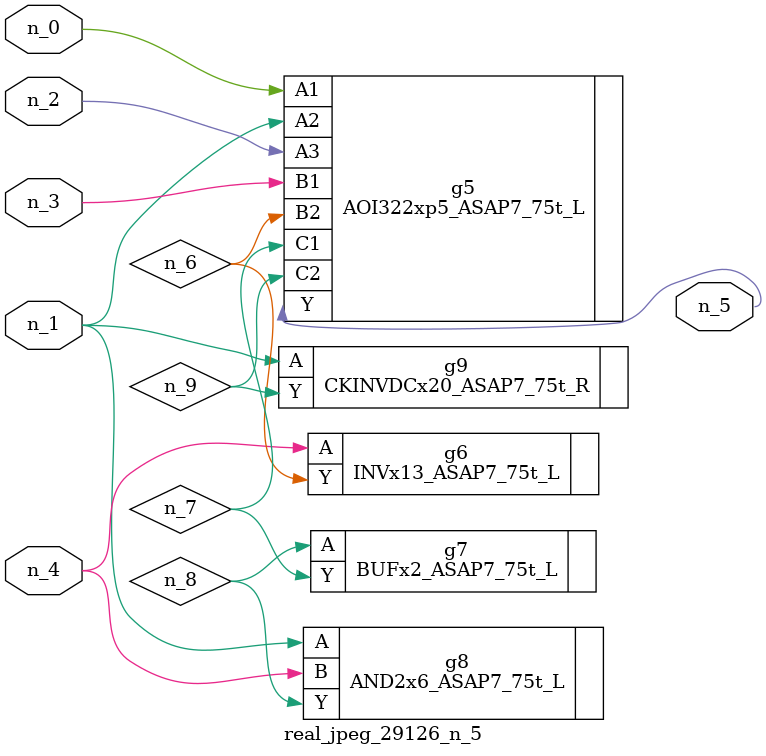
<source format=v>
module real_jpeg_29126_n_5 (n_4, n_0, n_1, n_2, n_3, n_5);

input n_4;
input n_0;
input n_1;
input n_2;
input n_3;

output n_5;

wire n_8;
wire n_6;
wire n_7;
wire n_9;

AOI322xp5_ASAP7_75t_L g5 ( 
.A1(n_0),
.A2(n_1),
.A3(n_2),
.B1(n_3),
.B2(n_6),
.C1(n_7),
.C2(n_9),
.Y(n_5)
);

AND2x6_ASAP7_75t_L g8 ( 
.A(n_1),
.B(n_4),
.Y(n_8)
);

CKINVDCx20_ASAP7_75t_R g9 ( 
.A(n_1),
.Y(n_9)
);

INVx13_ASAP7_75t_L g6 ( 
.A(n_4),
.Y(n_6)
);

BUFx2_ASAP7_75t_L g7 ( 
.A(n_8),
.Y(n_7)
);


endmodule
</source>
